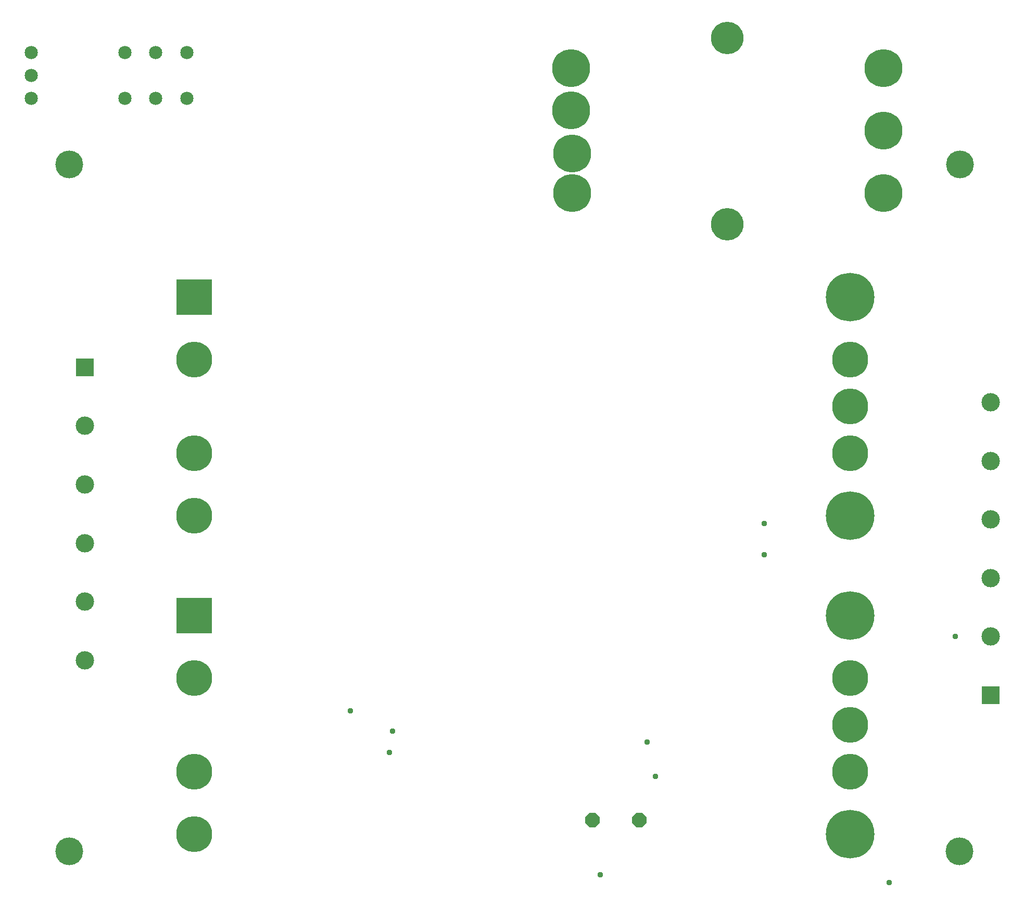
<source format=gbr>
G04 EAGLE Gerber RS-274X export*
G75*
%MOMM*%
%FSLAX34Y34*%
%LPD*%
%INSoldermask Bottom*%
%IPPOS*%
%AMOC8*
5,1,8,0,0,1.08239X$1,22.5*%
G01*
G04 Define Apertures*
%ADD10C,4.521200*%
%ADD11C,2.153200*%
%ADD12R,2.984200X2.984200*%
%ADD13C,2.984200*%
%ADD14C,6.172200*%
%ADD15C,5.283200*%
%ADD16P,2.55682X8X22.5*%
%ADD17R,5.842000X5.842000*%
%ADD18C,5.842000*%
%ADD19C,7.899400*%
%ADD20C,0.959600*%
D10*
X-114300Y1143000D03*
X1333500Y25400D03*
X-114300Y25400D03*
X1334770Y1143000D03*
D11*
X-23730Y1325280D03*
X26670Y1325280D03*
X77070Y1325280D03*
X-23730Y1250280D03*
X26670Y1250280D03*
X77070Y1250280D03*
X-176330Y1250280D03*
X-176330Y1325280D03*
X-176330Y1287780D03*
D12*
X1384300Y279400D03*
D13*
X1384300Y374700D03*
X1384300Y470000D03*
X1384300Y565300D03*
X1384300Y660600D03*
X1384300Y755900D03*
D12*
X-88900Y812800D03*
D13*
X-88900Y717500D03*
X-88900Y622200D03*
X-88900Y526900D03*
X-88900Y431600D03*
X-88900Y336300D03*
D14*
X703580Y1095910D03*
X703580Y1160680D03*
X702310Y1230530D03*
X702310Y1299110D03*
X1210310Y1299110D03*
X1210310Y1197510D03*
X1210310Y1095910D03*
D15*
X956310Y1348640D03*
X956310Y1045110D03*
D16*
X812800Y76200D03*
X736600Y76200D03*
D17*
X88900Y927100D03*
D18*
X88900Y825500D03*
X88900Y673100D03*
X88900Y571500D03*
D19*
X1155700Y927100D03*
D18*
X1155700Y825500D03*
X1155700Y749300D03*
X1155700Y673100D03*
D19*
X1155700Y571500D03*
D17*
X88900Y409036D03*
D18*
X88900Y307436D03*
X88900Y155036D03*
X88900Y53436D03*
D19*
X1155700Y409036D03*
D18*
X1155700Y307436D03*
X1155700Y231236D03*
X1155700Y155036D03*
D19*
X1155700Y53436D03*
D20*
X1016000Y508000D03*
X1016000Y558800D03*
X1219200Y-25400D03*
X749300Y-12700D03*
X825500Y203200D03*
X406400Y186182D03*
X1327200Y374700D03*
X839470Y147320D03*
X411480Y220980D03*
X342900Y254000D03*
M02*

</source>
